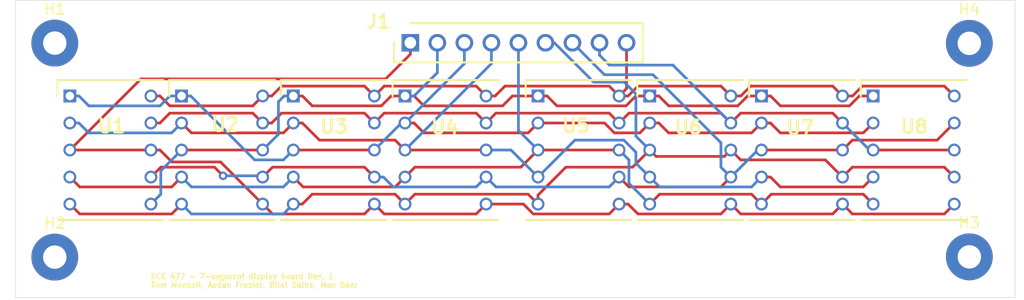
<source format=kicad_pcb>
(kicad_pcb (version 20171130) (host pcbnew "(5.1.5)-3")

  (general
    (thickness 1.6)
    (drawings 5)
    (tracks 318)
    (zones 0)
    (modules 13)
    (nets 10)
  )

  (page A4)
  (layers
    (0 F.Cu signal)
    (31 B.Cu signal)
    (32 B.Adhes user)
    (33 F.Adhes user)
    (34 B.Paste user)
    (35 F.Paste user)
    (36 B.SilkS user)
    (37 F.SilkS user)
    (38 B.Mask user)
    (39 F.Mask user)
    (40 Dwgs.User user)
    (41 Cmts.User user)
    (42 Eco1.User user)
    (43 Eco2.User user)
    (44 Edge.Cuts user)
    (45 Margin user)
    (46 B.CrtYd user)
    (47 F.CrtYd user)
    (48 B.Fab user)
    (49 F.Fab user)
  )

  (setup
    (last_trace_width 0.25)
    (user_trace_width 0.254)
    (user_trace_width 0.762)
    (trace_clearance 0.2)
    (zone_clearance 0.508)
    (zone_45_only no)
    (trace_min 0.2)
    (via_size 0.8)
    (via_drill 0.4)
    (via_min_size 0.4)
    (via_min_drill 0.3)
    (uvia_size 0.3)
    (uvia_drill 0.1)
    (uvias_allowed no)
    (uvia_min_size 0.2)
    (uvia_min_drill 0.1)
    (edge_width 0.05)
    (segment_width 0.2)
    (pcb_text_width 0.3)
    (pcb_text_size 1.5 1.5)
    (mod_edge_width 0.12)
    (mod_text_size 1 1)
    (mod_text_width 0.15)
    (pad_size 1.524 1.524)
    (pad_drill 0.762)
    (pad_to_mask_clearance 0.051)
    (solder_mask_min_width 0.25)
    (aux_axis_origin 0 0)
    (visible_elements 7FFFFFFF)
    (pcbplotparams
      (layerselection 0x010fc_ffffffff)
      (usegerberextensions false)
      (usegerberattributes false)
      (usegerberadvancedattributes false)
      (creategerberjobfile false)
      (excludeedgelayer true)
      (linewidth 0.100000)
      (plotframeref false)
      (viasonmask false)
      (mode 1)
      (useauxorigin false)
      (hpglpennumber 1)
      (hpglpenspeed 20)
      (hpglpendiameter 15.000000)
      (psnegative false)
      (psa4output false)
      (plotreference true)
      (plotvalue true)
      (plotinvisibletext false)
      (padsonsilk false)
      (subtractmaskfromsilk false)
      (outputformat 1)
      (mirror false)
      (drillshape 1)
      (scaleselection 1)
      (outputdirectory ""))
  )

  (net 0 "")
  (net 1 "Net-(J1-Pad9)")
  (net 2 "Net-(J1-Pad8)")
  (net 3 "Net-(J1-Pad7)")
  (net 4 "Net-(J1-Pad6)")
  (net 5 "Net-(J1-Pad5)")
  (net 6 "Net-(J1-Pad4)")
  (net 7 "Net-(J1-Pad3)")
  (net 8 "Net-(J1-Pad2)")
  (net 9 "Net-(J1-Pad1)")

  (net_class Default "This is the default net class."
    (clearance 0.2)
    (trace_width 0.25)
    (via_dia 0.8)
    (via_drill 0.4)
    (uvia_dia 0.3)
    (uvia_drill 0.1)
    (add_net "Net-(J1-Pad1)")
    (add_net "Net-(J1-Pad2)")
    (add_net "Net-(J1-Pad3)")
    (add_net "Net-(J1-Pad4)")
    (add_net "Net-(J1-Pad5)")
    (add_net "Net-(J1-Pad6)")
    (add_net "Net-(J1-Pad7)")
    (add_net "Net-(J1-Pad8)")
    (add_net "Net-(J1-Pad9)")
  )

  (module footprints:MountingHole_2.2mm_M2_Pad (layer F.Cu) (tedit 56D1B4CB) (tstamp 6163D33A)
    (at 159.5374 70.0532)
    (descr "Mounting Hole 2.2mm, M2")
    (tags "mounting hole 2.2mm m2")
    (path /6167A7D7)
    (attr virtual)
    (fp_text reference H4 (at 0 -3.2) (layer F.SilkS)
      (effects (font (size 1 1) (thickness 0.15)))
    )
    (fp_text value MountingHole (at 0 3.2) (layer F.Fab)
      (effects (font (size 1 1) (thickness 0.15)))
    )
    (fp_circle (center 0 0) (end 2.45 0) (layer F.CrtYd) (width 0.05))
    (fp_circle (center 0 0) (end 2.2 0) (layer Cmts.User) (width 0.15))
    (fp_text user %R (at 0.3 0) (layer F.Fab)
      (effects (font (size 1 1) (thickness 0.15)))
    )
    (pad 1 thru_hole circle (at 0 0) (size 4.4 4.4) (drill 2.2) (layers *.Cu *.Mask))
  )

  (module footprints:MountingHole_2.2mm_M2_Pad (layer F.Cu) (tedit 56D1B4CB) (tstamp 6163D332)
    (at 159.5374 90.1192)
    (descr "Mounting Hole 2.2mm, M2")
    (tags "mounting hole 2.2mm m2")
    (path /6167A224)
    (attr virtual)
    (fp_text reference H3 (at 0 -3.2) (layer F.SilkS)
      (effects (font (size 1 1) (thickness 0.15)))
    )
    (fp_text value MountingHole (at 0 3.2) (layer F.Fab)
      (effects (font (size 1 1) (thickness 0.15)))
    )
    (fp_circle (center 0 0) (end 2.45 0) (layer F.CrtYd) (width 0.05))
    (fp_circle (center 0 0) (end 2.2 0) (layer Cmts.User) (width 0.15))
    (fp_text user %R (at 0.3 0) (layer F.Fab)
      (effects (font (size 1 1) (thickness 0.15)))
    )
    (pad 1 thru_hole circle (at 0 0) (size 4.4 4.4) (drill 2.2) (layers *.Cu *.Mask))
  )

  (module footprints:MountingHole_2.2mm_M2_Pad (layer F.Cu) (tedit 56D1B4CB) (tstamp 6163D32A)
    (at 73.5838 90.1446)
    (descr "Mounting Hole 2.2mm, M2")
    (tags "mounting hole 2.2mm m2")
    (path /61679F30)
    (attr virtual)
    (fp_text reference H2 (at 0 -3.2) (layer F.SilkS)
      (effects (font (size 1 1) (thickness 0.15)))
    )
    (fp_text value MountingHole (at 0 3.2) (layer F.Fab)
      (effects (font (size 1 1) (thickness 0.15)))
    )
    (fp_circle (center 0 0) (end 2.45 0) (layer F.CrtYd) (width 0.05))
    (fp_circle (center 0 0) (end 2.2 0) (layer Cmts.User) (width 0.15))
    (fp_text user %R (at 0.3 0) (layer F.Fab)
      (effects (font (size 1 1) (thickness 0.15)))
    )
    (pad 1 thru_hole circle (at 0 0) (size 4.4 4.4) (drill 2.2) (layers *.Cu *.Mask))
  )

  (module footprints:MountingHole_2.2mm_M2_Pad (layer F.Cu) (tedit 56D1B4CB) (tstamp 6163D322)
    (at 73.5838 70.0278)
    (descr "Mounting Hole 2.2mm, M2")
    (tags "mounting hole 2.2mm m2")
    (path /61664F25)
    (attr virtual)
    (fp_text reference H1 (at 0 -3.2) (layer F.SilkS)
      (effects (font (size 1 1) (thickness 0.15)))
    )
    (fp_text value MountingHole (at 0 3.2) (layer F.Fab)
      (effects (font (size 1 1) (thickness 0.15)))
    )
    (fp_circle (center 0 0) (end 2.45 0) (layer F.CrtYd) (width 0.05))
    (fp_circle (center 0 0) (end 2.2 0) (layer Cmts.User) (width 0.15))
    (fp_text user %R (at 0.3 0) (layer F.Fab)
      (effects (font (size 1 1) (thickness 0.15)))
    )
    (pad 1 thru_hole circle (at 0 0) (size 4.4 4.4) (drill 2.2) (layers *.Cu *.Mask))
  )

  (module footprints:header (layer F.Cu) (tedit 0) (tstamp 616373A8)
    (at 107 70)
    (descr 825433-9)
    (tags Connector)
    (path /615F826E)
    (fp_text reference J1 (at -3 -2) (layer F.SilkS)
      (effects (font (size 1.27 1.27) (thickness 0.254)))
    )
    (fp_text value 9pin_header (at 0 0) (layer F.SilkS) hide
      (effects (font (size 1.27 1.27) (thickness 0.254)))
    )
    (fp_line (start 21.84 -1.845) (end 0 -1.845) (layer F.SilkS) (width 0.2))
    (fp_line (start 21.84 1.845) (end 21.84 -1.845) (layer F.SilkS) (width 0.2))
    (fp_line (start -1.52 1.845) (end 21.84 1.845) (layer F.SilkS) (width 0.2))
    (fp_line (start -1.52 0) (end -1.52 1.845) (layer F.SilkS) (width 0.2))
    (fp_line (start 21.84 1.845) (end -1.52 1.845) (layer F.Fab) (width 0.1))
    (fp_line (start 21.84 -1.845) (end 21.84 1.845) (layer F.Fab) (width 0.1))
    (fp_line (start -1.52 -1.845) (end 21.84 -1.845) (layer F.Fab) (width 0.1))
    (fp_line (start -1.52 1.845) (end -1.52 -1.845) (layer F.Fab) (width 0.1))
    (fp_line (start 22.09 2.095) (end -1.77 2.095) (layer F.CrtYd) (width 0.05))
    (fp_line (start 22.09 -2.095) (end 22.09 2.095) (layer F.CrtYd) (width 0.05))
    (fp_line (start -1.77 -2.095) (end 22.09 -2.095) (layer F.CrtYd) (width 0.05))
    (fp_line (start -1.77 2.095) (end -1.77 -2.095) (layer F.CrtYd) (width 0.05))
    (fp_text user %R (at 0 0) (layer F.Fab)
      (effects (font (size 1.27 1.27) (thickness 0.254)))
    )
    (pad 9 thru_hole circle (at 20.32 0) (size 1.65 1.65) (drill 1.1) (layers *.Cu *.Mask)
      (net 1 "Net-(J1-Pad9)"))
    (pad 8 thru_hole circle (at 17.78 0) (size 1.65 1.65) (drill 1.1) (layers *.Cu *.Mask)
      (net 2 "Net-(J1-Pad8)"))
    (pad 7 thru_hole circle (at 15.24 0) (size 1.65 1.65) (drill 1.1) (layers *.Cu *.Mask)
      (net 3 "Net-(J1-Pad7)"))
    (pad 6 thru_hole circle (at 12.7 0) (size 1.65 1.65) (drill 1.1) (layers *.Cu *.Mask)
      (net 4 "Net-(J1-Pad6)"))
    (pad 5 thru_hole circle (at 10.16 0) (size 1.65 1.65) (drill 1.1) (layers *.Cu *.Mask)
      (net 5 "Net-(J1-Pad5)"))
    (pad 4 thru_hole circle (at 7.62 0) (size 1.65 1.65) (drill 1.1) (layers *.Cu *.Mask)
      (net 6 "Net-(J1-Pad4)"))
    (pad 3 thru_hole circle (at 5.08 0) (size 1.65 1.65) (drill 1.1) (layers *.Cu *.Mask)
      (net 7 "Net-(J1-Pad3)"))
    (pad 2 thru_hole circle (at 2.54 0) (size 1.65 1.65) (drill 1.1) (layers *.Cu *.Mask)
      (net 8 "Net-(J1-Pad2)"))
    (pad 1 thru_hole rect (at 0 0) (size 1.65 1.65) (drill 1.1) (layers *.Cu *.Mask)
      (net 9 "Net-(J1-Pad1)"))
    (model C:\Users\munse\Downloads\SamacSys_Parts.3dshapes\825433-9.stp
      (offset (xyz 10.15999969482415 -0.04999999999413419 0))
      (scale (xyz 1 1 1))
      (rotate (xyz -180 0 -180))
    )
  )

  (module footprints:7seg (layer F.Cu) (tedit 616374A2) (tstamp 616373C3)
    (at 75 75)
    (descr "10-DIP (0.300\", 7.62mm)")
    (tags Display)
    (path /615E56BB)
    (fp_text reference U1 (at 3.9178 2.8256) (layer F.SilkS)
      (effects (font (size 1.27 1.27) (thickness 0.254)))
    )
    (fp_text value LTS-4031JR (at 0 0) (layer F.SilkS) hide
      (effects (font (size 1.27 1.27) (thickness 0.254)))
    )
    (fp_line (start -1.165 -1.495) (end -1.165 0) (layer F.SilkS) (width 0.2))
    (fp_line (start 8.785 -1.495) (end -1.165 -1.495) (layer F.SilkS) (width 0.2))
    (fp_line (start -1.165 11.655) (end 8.785 11.655) (layer F.SilkS) (width 0.2))
    (fp_line (start -1.165 -0.225) (end 0.105 -1.495) (layer F.Fab) (width 0.1))
    (fp_line (start -1.165 11.655) (end -1.165 -1.495) (layer F.Fab) (width 0.1))
    (fp_line (start 8.785 11.655) (end -1.165 11.655) (layer F.Fab) (width 0.1))
    (fp_line (start 8.785 -1.495) (end 8.785 11.655) (layer F.Fab) (width 0.1))
    (fp_line (start -1.165 -1.495) (end 8.785 -1.495) (layer F.Fab) (width 0.1))
    (fp_line (start -1.415 11.905) (end -1.415 -1.745) (layer F.CrtYd) (width 0.05))
    (fp_line (start 9.035 11.905) (end -1.415 11.905) (layer F.CrtYd) (width 0.05))
    (fp_line (start 9.035 -1.745) (end 9.035 11.905) (layer F.CrtYd) (width 0.05))
    (fp_line (start -1.415 -1.745) (end 9.035 -1.745) (layer F.CrtYd) (width 0.05))
    (fp_text user %R (at 0 0) (layer F.Fab)
      (effects (font (size 1.27 1.27) (thickness 0.254)))
    )
    (pad 10 thru_hole circle (at 7.62 0) (size 1.2 1.2) (drill 0.8) (layers *.Cu *.Mask)
      (net 1 "Net-(J1-Pad9)"))
    (pad 9 thru_hole circle (at 7.62 2.54) (size 1.2 1.2) (drill 0.8) (layers *.Cu *.Mask)
      (net 2 "Net-(J1-Pad8)"))
    (pad 8 thru_hole circle (at 7.62 5.08) (size 1.2 1.2) (drill 0.8) (layers *.Cu *.Mask)
      (net 9 "Net-(J1-Pad1)"))
    (pad 7 thru_hole circle (at 7.62 7.62) (size 1.2 1.2) (drill 0.8) (layers *.Cu *.Mask)
      (net 3 "Net-(J1-Pad7)"))
    (pad 6 thru_hole circle (at 7.62 10.16) (size 1.2 1.2) (drill 0.8) (layers *.Cu *.Mask)
      (net 8 "Net-(J1-Pad2)"))
    (pad 5 thru_hole circle (at 0 10.16) (size 1.2 1.2) (drill 0.8) (layers *.Cu *.Mask)
      (net 4 "Net-(J1-Pad6)"))
    (pad 4 thru_hole circle (at 0 7.62) (size 1.2 1.2) (drill 0.8) (layers *.Cu *.Mask)
      (net 5 "Net-(J1-Pad5)"))
    (pad 3 thru_hole circle (at 0 5.08) (size 1.2 1.2) (drill 0.8) (layers *.Cu *.Mask)
      (net 9 "Net-(J1-Pad1)"))
    (pad 2 thru_hole circle (at 0 2.54) (size 1.2 1.2) (drill 0.8) (layers *.Cu *.Mask)
      (net 6 "Net-(J1-Pad4)"))
    (pad 1 thru_hole rect (at 0 0) (size 1.2 1.2) (drill 0.8) (layers *.Cu *.Mask)
      (net 7 "Net-(J1-Pad3)"))
  )

  (module footprints:7seg (layer F.Cu) (tedit 616374A2) (tstamp 61637480)
    (at 150.5 75)
    (descr "10-DIP (0.300\", 7.62mm)")
    (tags Display)
    (path /615F702E)
    (fp_text reference U8 (at 3.8558 2.8764) (layer F.SilkS)
      (effects (font (size 1.27 1.27) (thickness 0.254)))
    )
    (fp_text value LTS-4031JR (at 0 0) (layer F.SilkS) hide
      (effects (font (size 1.27 1.27) (thickness 0.254)))
    )
    (fp_line (start -1.165 -1.495) (end -1.165 0) (layer F.SilkS) (width 0.2))
    (fp_line (start 8.785 -1.495) (end -1.165 -1.495) (layer F.SilkS) (width 0.2))
    (fp_line (start -1.165 11.655) (end 8.785 11.655) (layer F.SilkS) (width 0.2))
    (fp_line (start -1.165 -0.225) (end 0.105 -1.495) (layer F.Fab) (width 0.1))
    (fp_line (start -1.165 11.655) (end -1.165 -1.495) (layer F.Fab) (width 0.1))
    (fp_line (start 8.785 11.655) (end -1.165 11.655) (layer F.Fab) (width 0.1))
    (fp_line (start 8.785 -1.495) (end 8.785 11.655) (layer F.Fab) (width 0.1))
    (fp_line (start -1.165 -1.495) (end 8.785 -1.495) (layer F.Fab) (width 0.1))
    (fp_line (start -1.415 11.905) (end -1.415 -1.745) (layer F.CrtYd) (width 0.05))
    (fp_line (start 9.035 11.905) (end -1.415 11.905) (layer F.CrtYd) (width 0.05))
    (fp_line (start 9.035 -1.745) (end 9.035 11.905) (layer F.CrtYd) (width 0.05))
    (fp_line (start -1.415 -1.745) (end 9.035 -1.745) (layer F.CrtYd) (width 0.05))
    (fp_text user %R (at 0 0) (layer F.Fab)
      (effects (font (size 1.27 1.27) (thickness 0.254)))
    )
    (pad 10 thru_hole circle (at 7.62 0) (size 1.2 1.2) (drill 0.8) (layers *.Cu *.Mask)
      (net 1 "Net-(J1-Pad9)"))
    (pad 9 thru_hole circle (at 7.62 2.54) (size 1.2 1.2) (drill 0.8) (layers *.Cu *.Mask)
      (net 3 "Net-(J1-Pad7)"))
    (pad 8 thru_hole circle (at 7.62 5.08) (size 1.2 1.2) (drill 0.8) (layers *.Cu *.Mask)
      (net 2 "Net-(J1-Pad8)"))
    (pad 7 thru_hole circle (at 7.62 7.62) (size 1.2 1.2) (drill 0.8) (layers *.Cu *.Mask)
      (net 4 "Net-(J1-Pad6)"))
    (pad 6 thru_hole circle (at 7.62 10.16) (size 1.2 1.2) (drill 0.8) (layers *.Cu *.Mask)
      (net 9 "Net-(J1-Pad1)"))
    (pad 5 thru_hole circle (at 0 10.16) (size 1.2 1.2) (drill 0.8) (layers *.Cu *.Mask)
      (net 5 "Net-(J1-Pad5)"))
    (pad 4 thru_hole circle (at 0 7.62) (size 1.2 1.2) (drill 0.8) (layers *.Cu *.Mask)
      (net 6 "Net-(J1-Pad4)"))
    (pad 3 thru_hole circle (at 0 5.08) (size 1.2 1.2) (drill 0.8) (layers *.Cu *.Mask)
      (net 2 "Net-(J1-Pad8)"))
    (pad 2 thru_hole circle (at 0 2.54) (size 1.2 1.2) (drill 0.8) (layers *.Cu *.Mask)
      (net 7 "Net-(J1-Pad3)"))
    (pad 1 thru_hole rect (at 0 0) (size 1.2 1.2) (drill 0.8) (layers *.Cu *.Mask)
      (net 8 "Net-(J1-Pad2)"))
  )

  (module footprints:7seg (layer F.Cu) (tedit 616374A2) (tstamp 6163DDB1)
    (at 140 75)
    (descr "10-DIP (0.300\", 7.62mm)")
    (tags Display)
    (path /615F27E9)
    (fp_text reference U7 (at 3.637 2.978) (layer F.SilkS)
      (effects (font (size 1.27 1.27) (thickness 0.254)))
    )
    (fp_text value LTS-4031JR (at 0 0) (layer F.SilkS) hide
      (effects (font (size 1.27 1.27) (thickness 0.254)))
    )
    (fp_line (start -1.165 -1.495) (end -1.165 0) (layer F.SilkS) (width 0.2))
    (fp_line (start 8.785 -1.495) (end -1.165 -1.495) (layer F.SilkS) (width 0.2))
    (fp_line (start -1.165 11.655) (end 8.785 11.655) (layer F.SilkS) (width 0.2))
    (fp_line (start -1.165 -0.225) (end 0.105 -1.495) (layer F.Fab) (width 0.1))
    (fp_line (start -1.165 11.655) (end -1.165 -1.495) (layer F.Fab) (width 0.1))
    (fp_line (start 8.785 11.655) (end -1.165 11.655) (layer F.Fab) (width 0.1))
    (fp_line (start 8.785 -1.495) (end 8.785 11.655) (layer F.Fab) (width 0.1))
    (fp_line (start -1.165 -1.495) (end 8.785 -1.495) (layer F.Fab) (width 0.1))
    (fp_line (start -1.415 11.905) (end -1.415 -1.745) (layer F.CrtYd) (width 0.05))
    (fp_line (start 9.035 11.905) (end -1.415 11.905) (layer F.CrtYd) (width 0.05))
    (fp_line (start 9.035 -1.745) (end 9.035 11.905) (layer F.CrtYd) (width 0.05))
    (fp_line (start -1.415 -1.745) (end 9.035 -1.745) (layer F.CrtYd) (width 0.05))
    (fp_text user %R (at 0 0) (layer F.Fab)
      (effects (font (size 1.27 1.27) (thickness 0.254)))
    )
    (pad 10 thru_hole circle (at 7.62 0) (size 1.2 1.2) (drill 0.8) (layers *.Cu *.Mask)
      (net 1 "Net-(J1-Pad9)"))
    (pad 9 thru_hole circle (at 7.62 2.54) (size 1.2 1.2) (drill 0.8) (layers *.Cu *.Mask)
      (net 2 "Net-(J1-Pad8)"))
    (pad 8 thru_hole circle (at 7.62 5.08) (size 1.2 1.2) (drill 0.8) (layers *.Cu *.Mask)
      (net 3 "Net-(J1-Pad7)"))
    (pad 7 thru_hole circle (at 7.62 7.62) (size 1.2 1.2) (drill 0.8) (layers *.Cu *.Mask)
      (net 4 "Net-(J1-Pad6)"))
    (pad 6 thru_hole circle (at 7.62 10.16) (size 1.2 1.2) (drill 0.8) (layers *.Cu *.Mask)
      (net 9 "Net-(J1-Pad1)"))
    (pad 5 thru_hole circle (at 0 10.16) (size 1.2 1.2) (drill 0.8) (layers *.Cu *.Mask)
      (net 5 "Net-(J1-Pad5)"))
    (pad 4 thru_hole circle (at 0 7.62) (size 1.2 1.2) (drill 0.8) (layers *.Cu *.Mask)
      (net 6 "Net-(J1-Pad4)"))
    (pad 3 thru_hole circle (at 0 5.08) (size 1.2 1.2) (drill 0.8) (layers *.Cu *.Mask)
      (net 3 "Net-(J1-Pad7)"))
    (pad 2 thru_hole circle (at 0 2.54) (size 1.2 1.2) (drill 0.8) (layers *.Cu *.Mask)
      (net 7 "Net-(J1-Pad3)"))
    (pad 1 thru_hole rect (at 0 0) (size 1.2 1.2) (drill 0.8) (layers *.Cu *.Mask)
      (net 8 "Net-(J1-Pad2)"))
  )

  (module footprints:7seg (layer F.Cu) (tedit 616374A2) (tstamp 616379FA)
    (at 129.5 75)
    (descr "10-DIP (0.300\", 7.62mm)")
    (tags Display)
    (path /615F0C91)
    (fp_text reference U6 (at 3.6214 2.9526) (layer F.SilkS)
      (effects (font (size 1.27 1.27) (thickness 0.254)))
    )
    (fp_text value LTS-4031JR (at 0 0) (layer F.SilkS) hide
      (effects (font (size 1.27 1.27) (thickness 0.254)))
    )
    (fp_line (start -1.165 -1.495) (end -1.165 0) (layer F.SilkS) (width 0.2))
    (fp_line (start 8.785 -1.495) (end -1.165 -1.495) (layer F.SilkS) (width 0.2))
    (fp_line (start -1.165 11.655) (end 8.785 11.655) (layer F.SilkS) (width 0.2))
    (fp_line (start -1.165 -0.225) (end 0.105 -1.495) (layer F.Fab) (width 0.1))
    (fp_line (start -1.165 11.655) (end -1.165 -1.495) (layer F.Fab) (width 0.1))
    (fp_line (start 8.785 11.655) (end -1.165 11.655) (layer F.Fab) (width 0.1))
    (fp_line (start 8.785 -1.495) (end 8.785 11.655) (layer F.Fab) (width 0.1))
    (fp_line (start -1.165 -1.495) (end 8.785 -1.495) (layer F.Fab) (width 0.1))
    (fp_line (start -1.415 11.905) (end -1.415 -1.745) (layer F.CrtYd) (width 0.05))
    (fp_line (start 9.035 11.905) (end -1.415 11.905) (layer F.CrtYd) (width 0.05))
    (fp_line (start 9.035 -1.745) (end 9.035 11.905) (layer F.CrtYd) (width 0.05))
    (fp_line (start -1.415 -1.745) (end 9.035 -1.745) (layer F.CrtYd) (width 0.05))
    (fp_text user %R (at 0 0) (layer F.Fab)
      (effects (font (size 1.27 1.27) (thickness 0.254)))
    )
    (pad 10 thru_hole circle (at 7.62 0) (size 1.2 1.2) (drill 0.8) (layers *.Cu *.Mask)
      (net 1 "Net-(J1-Pad9)"))
    (pad 9 thru_hole circle (at 7.62 2.54) (size 1.2 1.2) (drill 0.8) (layers *.Cu *.Mask)
      (net 2 "Net-(J1-Pad8)"))
    (pad 8 thru_hole circle (at 7.62 5.08) (size 1.2 1.2) (drill 0.8) (layers *.Cu *.Mask)
      (net 4 "Net-(J1-Pad6)"))
    (pad 7 thru_hole circle (at 7.62 7.62) (size 1.2 1.2) (drill 0.8) (layers *.Cu *.Mask)
      (net 3 "Net-(J1-Pad7)"))
    (pad 6 thru_hole circle (at 7.62 10.16) (size 1.2 1.2) (drill 0.8) (layers *.Cu *.Mask)
      (net 9 "Net-(J1-Pad1)"))
    (pad 5 thru_hole circle (at 0 10.16) (size 1.2 1.2) (drill 0.8) (layers *.Cu *.Mask)
      (net 5 "Net-(J1-Pad5)"))
    (pad 4 thru_hole circle (at 0 7.62) (size 1.2 1.2) (drill 0.8) (layers *.Cu *.Mask)
      (net 6 "Net-(J1-Pad4)"))
    (pad 3 thru_hole circle (at 0 5.08) (size 1.2 1.2) (drill 0.8) (layers *.Cu *.Mask)
      (net 4 "Net-(J1-Pad6)"))
    (pad 2 thru_hole circle (at 0 2.54) (size 1.2 1.2) (drill 0.8) (layers *.Cu *.Mask)
      (net 7 "Net-(J1-Pad3)"))
    (pad 1 thru_hole rect (at 0 0) (size 1.2 1.2) (drill 0.8) (layers *.Cu *.Mask)
      (net 8 "Net-(J1-Pad2)"))
  )

  (module footprints:7seg (layer F.Cu) (tedit 616374A2) (tstamp 6163742F)
    (at 119 75)
    (descr "10-DIP (0.300\", 7.62mm)")
    (tags Display)
    (path /615F0325)
    (fp_text reference U5 (at 3.555 2.8002) (layer F.SilkS)
      (effects (font (size 1.27 1.27) (thickness 0.254)))
    )
    (fp_text value LTS-4031JR (at 0 0) (layer F.SilkS) hide
      (effects (font (size 1.27 1.27) (thickness 0.254)))
    )
    (fp_line (start -1.165 -1.495) (end -1.165 0) (layer F.SilkS) (width 0.2))
    (fp_line (start 8.785 -1.495) (end -1.165 -1.495) (layer F.SilkS) (width 0.2))
    (fp_line (start -1.165 11.655) (end 8.785 11.655) (layer F.SilkS) (width 0.2))
    (fp_line (start -1.165 -0.225) (end 0.105 -1.495) (layer F.Fab) (width 0.1))
    (fp_line (start -1.165 11.655) (end -1.165 -1.495) (layer F.Fab) (width 0.1))
    (fp_line (start 8.785 11.655) (end -1.165 11.655) (layer F.Fab) (width 0.1))
    (fp_line (start 8.785 -1.495) (end 8.785 11.655) (layer F.Fab) (width 0.1))
    (fp_line (start -1.165 -1.495) (end 8.785 -1.495) (layer F.Fab) (width 0.1))
    (fp_line (start -1.415 11.905) (end -1.415 -1.745) (layer F.CrtYd) (width 0.05))
    (fp_line (start 9.035 11.905) (end -1.415 11.905) (layer F.CrtYd) (width 0.05))
    (fp_line (start 9.035 -1.745) (end 9.035 11.905) (layer F.CrtYd) (width 0.05))
    (fp_line (start -1.415 -1.745) (end 9.035 -1.745) (layer F.CrtYd) (width 0.05))
    (fp_text user %R (at 0 0) (layer F.Fab)
      (effects (font (size 1.27 1.27) (thickness 0.254)))
    )
    (pad 10 thru_hole circle (at 7.62 0) (size 1.2 1.2) (drill 0.8) (layers *.Cu *.Mask)
      (net 1 "Net-(J1-Pad9)"))
    (pad 9 thru_hole circle (at 7.62 2.54) (size 1.2 1.2) (drill 0.8) (layers *.Cu *.Mask)
      (net 2 "Net-(J1-Pad8)"))
    (pad 8 thru_hole circle (at 7.62 5.08) (size 1.2 1.2) (drill 0.8) (layers *.Cu *.Mask)
      (net 5 "Net-(J1-Pad5)"))
    (pad 7 thru_hole circle (at 7.62 7.62) (size 1.2 1.2) (drill 0.8) (layers *.Cu *.Mask)
      (net 3 "Net-(J1-Pad7)"))
    (pad 6 thru_hole circle (at 7.62 10.16) (size 1.2 1.2) (drill 0.8) (layers *.Cu *.Mask)
      (net 9 "Net-(J1-Pad1)"))
    (pad 5 thru_hole circle (at 0 10.16) (size 1.2 1.2) (drill 0.8) (layers *.Cu *.Mask)
      (net 4 "Net-(J1-Pad6)"))
    (pad 4 thru_hole circle (at 0 7.62) (size 1.2 1.2) (drill 0.8) (layers *.Cu *.Mask)
      (net 6 "Net-(J1-Pad4)"))
    (pad 3 thru_hole circle (at 0 5.08) (size 1.2 1.2) (drill 0.8) (layers *.Cu *.Mask)
      (net 5 "Net-(J1-Pad5)"))
    (pad 2 thru_hole circle (at 0 2.54) (size 1.2 1.2) (drill 0.8) (layers *.Cu *.Mask)
      (net 7 "Net-(J1-Pad3)"))
    (pad 1 thru_hole rect (at 0 0) (size 1.2 1.2) (drill 0.8) (layers *.Cu *.Mask)
      (net 8 "Net-(J1-Pad2)"))
  )

  (module footprints:7seg (layer F.Cu) (tedit 616374A2) (tstamp 61637414)
    (at 106.5 75)
    (descr "10-DIP (0.300\", 7.62mm)")
    (tags Display)
    (path /615EF228)
    (fp_text reference U4 (at 3.736 2.9272) (layer F.SilkS)
      (effects (font (size 1.27 1.27) (thickness 0.254)))
    )
    (fp_text value LTS-4031JR (at 0 0) (layer F.SilkS) hide
      (effects (font (size 1.27 1.27) (thickness 0.254)))
    )
    (fp_line (start -1.165 -1.495) (end -1.165 0) (layer F.SilkS) (width 0.2))
    (fp_line (start 8.785 -1.495) (end -1.165 -1.495) (layer F.SilkS) (width 0.2))
    (fp_line (start -1.165 11.655) (end 8.785 11.655) (layer F.SilkS) (width 0.2))
    (fp_line (start -1.165 -0.225) (end 0.105 -1.495) (layer F.Fab) (width 0.1))
    (fp_line (start -1.165 11.655) (end -1.165 -1.495) (layer F.Fab) (width 0.1))
    (fp_line (start 8.785 11.655) (end -1.165 11.655) (layer F.Fab) (width 0.1))
    (fp_line (start 8.785 -1.495) (end 8.785 11.655) (layer F.Fab) (width 0.1))
    (fp_line (start -1.165 -1.495) (end 8.785 -1.495) (layer F.Fab) (width 0.1))
    (fp_line (start -1.415 11.905) (end -1.415 -1.745) (layer F.CrtYd) (width 0.05))
    (fp_line (start 9.035 11.905) (end -1.415 11.905) (layer F.CrtYd) (width 0.05))
    (fp_line (start 9.035 -1.745) (end 9.035 11.905) (layer F.CrtYd) (width 0.05))
    (fp_line (start -1.415 -1.745) (end 9.035 -1.745) (layer F.CrtYd) (width 0.05))
    (fp_text user %R (at 0 0) (layer F.Fab)
      (effects (font (size 1.27 1.27) (thickness 0.254)))
    )
    (pad 10 thru_hole circle (at 7.62 0) (size 1.2 1.2) (drill 0.8) (layers *.Cu *.Mask)
      (net 1 "Net-(J1-Pad9)"))
    (pad 9 thru_hole circle (at 7.62 2.54) (size 1.2 1.2) (drill 0.8) (layers *.Cu *.Mask)
      (net 2 "Net-(J1-Pad8)"))
    (pad 8 thru_hole circle (at 7.62 5.08) (size 1.2 1.2) (drill 0.8) (layers *.Cu *.Mask)
      (net 6 "Net-(J1-Pad4)"))
    (pad 7 thru_hole circle (at 7.62 7.62) (size 1.2 1.2) (drill 0.8) (layers *.Cu *.Mask)
      (net 3 "Net-(J1-Pad7)"))
    (pad 6 thru_hole circle (at 7.62 10.16) (size 1.2 1.2) (drill 0.8) (layers *.Cu *.Mask)
      (net 9 "Net-(J1-Pad1)"))
    (pad 5 thru_hole circle (at 0 10.16) (size 1.2 1.2) (drill 0.8) (layers *.Cu *.Mask)
      (net 4 "Net-(J1-Pad6)"))
    (pad 4 thru_hole circle (at 0 7.62) (size 1.2 1.2) (drill 0.8) (layers *.Cu *.Mask)
      (net 5 "Net-(J1-Pad5)"))
    (pad 3 thru_hole circle (at 0 5.08) (size 1.2 1.2) (drill 0.8) (layers *.Cu *.Mask)
      (net 6 "Net-(J1-Pad4)"))
    (pad 2 thru_hole circle (at 0 2.54) (size 1.2 1.2) (drill 0.8) (layers *.Cu *.Mask)
      (net 7 "Net-(J1-Pad3)"))
    (pad 1 thru_hole rect (at 0 0) (size 1.2 1.2) (drill 0.8) (layers *.Cu *.Mask)
      (net 8 "Net-(J1-Pad2)"))
  )

  (module footprints:7seg (layer F.Cu) (tedit 616374A2) (tstamp 616373F9)
    (at 96 75)
    (descr "10-DIP (0.300\", 7.62mm)")
    (tags Display)
    (path /615EE8CF)
    (fp_text reference U3 (at 3.822 2.8764) (layer F.SilkS)
      (effects (font (size 1.27 1.27) (thickness 0.254)))
    )
    (fp_text value LTS-4031JR (at 0 0) (layer F.SilkS) hide
      (effects (font (size 1.27 1.27) (thickness 0.254)))
    )
    (fp_line (start -1.165 -1.495) (end -1.165 0) (layer F.SilkS) (width 0.2))
    (fp_line (start 8.785 -1.495) (end -1.165 -1.495) (layer F.SilkS) (width 0.2))
    (fp_line (start -1.165 11.655) (end 8.785 11.655) (layer F.SilkS) (width 0.2))
    (fp_line (start -1.165 -0.225) (end 0.105 -1.495) (layer F.Fab) (width 0.1))
    (fp_line (start -1.165 11.655) (end -1.165 -1.495) (layer F.Fab) (width 0.1))
    (fp_line (start 8.785 11.655) (end -1.165 11.655) (layer F.Fab) (width 0.1))
    (fp_line (start 8.785 -1.495) (end 8.785 11.655) (layer F.Fab) (width 0.1))
    (fp_line (start -1.165 -1.495) (end 8.785 -1.495) (layer F.Fab) (width 0.1))
    (fp_line (start -1.415 11.905) (end -1.415 -1.745) (layer F.CrtYd) (width 0.05))
    (fp_line (start 9.035 11.905) (end -1.415 11.905) (layer F.CrtYd) (width 0.05))
    (fp_line (start 9.035 -1.745) (end 9.035 11.905) (layer F.CrtYd) (width 0.05))
    (fp_line (start -1.415 -1.745) (end 9.035 -1.745) (layer F.CrtYd) (width 0.05))
    (fp_text user %R (at 0 0) (layer F.Fab)
      (effects (font (size 1.27 1.27) (thickness 0.254)))
    )
    (pad 10 thru_hole circle (at 7.62 0) (size 1.2 1.2) (drill 0.8) (layers *.Cu *.Mask)
      (net 1 "Net-(J1-Pad9)"))
    (pad 9 thru_hole circle (at 7.62 2.54) (size 1.2 1.2) (drill 0.8) (layers *.Cu *.Mask)
      (net 2 "Net-(J1-Pad8)"))
    (pad 8 thru_hole circle (at 7.62 5.08) (size 1.2 1.2) (drill 0.8) (layers *.Cu *.Mask)
      (net 7 "Net-(J1-Pad3)"))
    (pad 7 thru_hole circle (at 7.62 7.62) (size 1.2 1.2) (drill 0.8) (layers *.Cu *.Mask)
      (net 3 "Net-(J1-Pad7)"))
    (pad 6 thru_hole circle (at 7.62 10.16) (size 1.2 1.2) (drill 0.8) (layers *.Cu *.Mask)
      (net 9 "Net-(J1-Pad1)"))
    (pad 5 thru_hole circle (at 0 10.16) (size 1.2 1.2) (drill 0.8) (layers *.Cu *.Mask)
      (net 4 "Net-(J1-Pad6)"))
    (pad 4 thru_hole circle (at 0 7.62) (size 1.2 1.2) (drill 0.8) (layers *.Cu *.Mask)
      (net 5 "Net-(J1-Pad5)"))
    (pad 3 thru_hole circle (at 0 5.08) (size 1.2 1.2) (drill 0.8) (layers *.Cu *.Mask)
      (net 7 "Net-(J1-Pad3)"))
    (pad 2 thru_hole circle (at 0 2.54) (size 1.2 1.2) (drill 0.8) (layers *.Cu *.Mask)
      (net 6 "Net-(J1-Pad4)"))
    (pad 1 thru_hole rect (at 0 0) (size 1.2 1.2) (drill 0.8) (layers *.Cu *.Mask)
      (net 8 "Net-(J1-Pad2)"))
  )

  (module footprints:7seg (layer F.Cu) (tedit 616374A2) (tstamp 616373DE)
    (at 85.5 75)
    (descr "10-DIP (0.300\", 7.62mm)")
    (tags Display)
    (path /615ED9B1)
    (fp_text reference U2 (at 4.0858 2.6986) (layer F.SilkS)
      (effects (font (size 1.27 1.27) (thickness 0.254)))
    )
    (fp_text value LTS-4031JR (at 0 0) (layer F.SilkS) hide
      (effects (font (size 1.27 1.27) (thickness 0.254)))
    )
    (fp_line (start -1.165 -1.495) (end -1.165 0) (layer F.SilkS) (width 0.2))
    (fp_line (start 8.785 -1.495) (end -1.165 -1.495) (layer F.SilkS) (width 0.2))
    (fp_line (start -1.165 11.655) (end 8.785 11.655) (layer F.SilkS) (width 0.2))
    (fp_line (start -1.165 -0.225) (end 0.105 -1.495) (layer F.Fab) (width 0.1))
    (fp_line (start -1.165 11.655) (end -1.165 -1.495) (layer F.Fab) (width 0.1))
    (fp_line (start 8.785 11.655) (end -1.165 11.655) (layer F.Fab) (width 0.1))
    (fp_line (start 8.785 -1.495) (end 8.785 11.655) (layer F.Fab) (width 0.1))
    (fp_line (start -1.165 -1.495) (end 8.785 -1.495) (layer F.Fab) (width 0.1))
    (fp_line (start -1.415 11.905) (end -1.415 -1.745) (layer F.CrtYd) (width 0.05))
    (fp_line (start 9.035 11.905) (end -1.415 11.905) (layer F.CrtYd) (width 0.05))
    (fp_line (start 9.035 -1.745) (end 9.035 11.905) (layer F.CrtYd) (width 0.05))
    (fp_line (start -1.415 -1.745) (end 9.035 -1.745) (layer F.CrtYd) (width 0.05))
    (fp_text user %R (at 0 0) (layer F.Fab)
      (effects (font (size 1.27 1.27) (thickness 0.254)))
    )
    (pad 10 thru_hole circle (at 7.62 0) (size 1.2 1.2) (drill 0.8) (layers *.Cu *.Mask)
      (net 1 "Net-(J1-Pad9)"))
    (pad 9 thru_hole circle (at 7.62 2.54) (size 1.2 1.2) (drill 0.8) (layers *.Cu *.Mask)
      (net 2 "Net-(J1-Pad8)"))
    (pad 8 thru_hole circle (at 7.62 5.08) (size 1.2 1.2) (drill 0.8) (layers *.Cu *.Mask)
      (net 8 "Net-(J1-Pad2)"))
    (pad 7 thru_hole circle (at 7.62 7.62) (size 1.2 1.2) (drill 0.8) (layers *.Cu *.Mask)
      (net 3 "Net-(J1-Pad7)"))
    (pad 6 thru_hole circle (at 7.62 10.16) (size 1.2 1.2) (drill 0.8) (layers *.Cu *.Mask)
      (net 9 "Net-(J1-Pad1)"))
    (pad 5 thru_hole circle (at 0 10.16) (size 1.2 1.2) (drill 0.8) (layers *.Cu *.Mask)
      (net 4 "Net-(J1-Pad6)"))
    (pad 4 thru_hole circle (at 0 7.62) (size 1.2 1.2) (drill 0.8) (layers *.Cu *.Mask)
      (net 5 "Net-(J1-Pad5)"))
    (pad 3 thru_hole circle (at 0 5.08) (size 1.2 1.2) (drill 0.8) (layers *.Cu *.Mask)
      (net 8 "Net-(J1-Pad2)"))
    (pad 2 thru_hole circle (at 0 2.54) (size 1.2 1.2) (drill 0.8) (layers *.Cu *.Mask)
      (net 6 "Net-(J1-Pad4)"))
    (pad 1 thru_hole rect (at 0 0) (size 1.2 1.2) (drill 0.8) (layers *.Cu *.Mask)
      (net 7 "Net-(J1-Pad3)"))
  )

  (gr_text "ECE 477 - 7-segment display board Rev. 1\nTom Munsell, Aedan Frazier, Bilal Salha, Max Baer" (at 82.55 92.3544) (layer F.SilkS)
    (effects (font (size 0.5 0.5) (thickness 0.125)) (justify left))
  )
  (gr_line (start 163.83 66.0146) (end 69.9008 66.0146) (layer Edge.Cuts) (width 0.05))
  (gr_line (start 163.83 93.9546) (end 163.83 66.0146) (layer Edge.Cuts) (width 0.05))
  (gr_line (start 69.9008 93.9546) (end 163.83 93.9546) (layer Edge.Cuts) (width 0.05))
  (gr_line (start 69.9008 66.0146) (end 69.9008 93.9546) (layer Edge.Cuts) (width 0.05))

  (segment (start 92.520001 75.599999) (end 93.12 75) (width 0.254) (layer F.Cu) (net 1))
  (segment (start 92.192999 75.927001) (end 92.520001 75.599999) (width 0.254) (layer F.Cu) (net 1))
  (segment (start 84.395529 75.927001) (end 92.192999 75.927001) (width 0.254) (layer F.Cu) (net 1))
  (segment (start 83.468528 75) (end 84.395529 75.927001) (width 0.254) (layer F.Cu) (net 1))
  (segment (start 82.62 75) (end 83.468528 75) (width 0.254) (layer F.Cu) (net 1))
  (segment (start 102.692999 74.072999) (end 103.020001 74.400001) (width 0.254) (layer F.Cu) (net 1))
  (segment (start 93.968528 75) (end 94.895529 74.072999) (width 0.254) (layer F.Cu) (net 1))
  (segment (start 103.020001 74.400001) (end 103.62 75) (width 0.254) (layer F.Cu) (net 1))
  (segment (start 94.895529 74.072999) (end 102.692999 74.072999) (width 0.254) (layer F.Cu) (net 1))
  (segment (start 93.12 75) (end 93.968528 75) (width 0.254) (layer F.Cu) (net 1))
  (segment (start 113.192999 74.072999) (end 113.520001 74.400001) (width 0.254) (layer F.Cu) (net 1))
  (segment (start 104.547001 74.072999) (end 113.192999 74.072999) (width 0.254) (layer F.Cu) (net 1))
  (segment (start 113.520001 74.400001) (end 114.12 75) (width 0.254) (layer F.Cu) (net 1))
  (segment (start 103.62 75) (end 104.547001 74.072999) (width 0.254) (layer F.Cu) (net 1))
  (segment (start 126.020001 74.400001) (end 126.62 75) (width 0.254) (layer F.Cu) (net 1))
  (segment (start 125.692999 74.072999) (end 126.020001 74.400001) (width 0.254) (layer F.Cu) (net 1))
  (segment (start 115.895529 74.072999) (end 125.692999 74.072999) (width 0.254) (layer F.Cu) (net 1))
  (segment (start 114.968528 75) (end 115.895529 74.072999) (width 0.254) (layer F.Cu) (net 1))
  (segment (start 114.12 75) (end 114.968528 75) (width 0.254) (layer F.Cu) (net 1))
  (segment (start 136.192999 74.072999) (end 136.520001 74.400001) (width 0.254) (layer F.Cu) (net 1))
  (segment (start 136.520001 74.400001) (end 137.12 75) (width 0.254) (layer F.Cu) (net 1))
  (segment (start 128.395529 74.072999) (end 136.192999 74.072999) (width 0.254) (layer F.Cu) (net 1))
  (segment (start 127.468528 75) (end 128.395529 74.072999) (width 0.254) (layer F.Cu) (net 1))
  (segment (start 126.62 75) (end 127.468528 75) (width 0.254) (layer F.Cu) (net 1))
  (segment (start 147.020001 74.400001) (end 147.62 75) (width 0.254) (layer F.Cu) (net 1))
  (segment (start 146.692999 74.072999) (end 147.020001 74.400001) (width 0.254) (layer F.Cu) (net 1))
  (segment (start 138.057933 75) (end 138.984934 74.072999) (width 0.254) (layer F.Cu) (net 1))
  (segment (start 138.984934 74.072999) (end 146.692999 74.072999) (width 0.254) (layer F.Cu) (net 1))
  (segment (start 137.12 75) (end 138.057933 75) (width 0.254) (layer F.Cu) (net 1))
  (segment (start 157.192999 74.072999) (end 157.520001 74.400001) (width 0.254) (layer F.Cu) (net 1))
  (segment (start 157.520001 74.400001) (end 158.12 75) (width 0.254) (layer F.Cu) (net 1))
  (segment (start 148.557933 75) (end 149.484934 74.072999) (width 0.254) (layer F.Cu) (net 1))
  (segment (start 149.484934 74.072999) (end 157.192999 74.072999) (width 0.254) (layer F.Cu) (net 1))
  (segment (start 147.62 75) (end 148.557933 75) (width 0.254) (layer F.Cu) (net 1))
  (segment (start 127.32 74.3) (end 126.62 75) (width 0.254) (layer F.Cu) (net 1))
  (segment (start 127.32 70) (end 127.32 74.3) (width 0.254) (layer F.Cu) (net 1))
  (segment (start 92.520001 76.940001) (end 93.12 77.54) (width 0.254) (layer F.Cu) (net 2))
  (segment (start 92.192999 76.612999) (end 92.520001 76.940001) (width 0.254) (layer F.Cu) (net 2))
  (segment (start 83.468528 77.54) (end 84.395529 76.612999) (width 0.254) (layer F.Cu) (net 2))
  (segment (start 84.395529 76.612999) (end 92.192999 76.612999) (width 0.254) (layer F.Cu) (net 2))
  (segment (start 82.62 77.54) (end 83.468528 77.54) (width 0.254) (layer F.Cu) (net 2))
  (segment (start 102.692999 76.612999) (end 103.020001 76.940001) (width 0.254) (layer F.Cu) (net 2))
  (segment (start 103.020001 76.940001) (end 103.62 77.54) (width 0.254) (layer F.Cu) (net 2))
  (segment (start 94.895529 76.612999) (end 102.692999 76.612999) (width 0.254) (layer F.Cu) (net 2))
  (segment (start 93.968528 77.54) (end 94.895529 76.612999) (width 0.254) (layer F.Cu) (net 2))
  (segment (start 93.12 77.54) (end 93.968528 77.54) (width 0.254) (layer F.Cu) (net 2))
  (segment (start 113.520001 76.940001) (end 114.12 77.54) (width 0.254) (layer F.Cu) (net 2))
  (segment (start 113.192999 76.612999) (end 113.520001 76.940001) (width 0.254) (layer F.Cu) (net 2))
  (segment (start 104.547001 76.612999) (end 113.192999 76.612999) (width 0.254) (layer F.Cu) (net 2))
  (segment (start 103.62 77.54) (end 104.547001 76.612999) (width 0.254) (layer F.Cu) (net 2))
  (segment (start 125.692999 76.612999) (end 126.020001 76.940001) (width 0.254) (layer F.Cu) (net 2))
  (segment (start 126.020001 76.940001) (end 126.62 77.54) (width 0.254) (layer F.Cu) (net 2))
  (segment (start 115.047001 76.612999) (end 125.692999 76.612999) (width 0.254) (layer F.Cu) (net 2))
  (segment (start 114.12 77.54) (end 115.047001 76.612999) (width 0.254) (layer F.Cu) (net 2))
  (segment (start 136.520001 76.940001) (end 137.12 77.54) (width 0.254) (layer F.Cu) (net 2))
  (segment (start 136.192999 76.612999) (end 136.520001 76.940001) (width 0.254) (layer F.Cu) (net 2))
  (segment (start 127.547001 76.612999) (end 136.192999 76.612999) (width 0.254) (layer F.Cu) (net 2))
  (segment (start 126.62 77.54) (end 127.547001 76.612999) (width 0.254) (layer F.Cu) (net 2))
  (segment (start 147.020001 76.940001) (end 147.62 77.54) (width 0.254) (layer F.Cu) (net 2))
  (segment (start 146.692999 76.612999) (end 147.020001 76.940001) (width 0.254) (layer F.Cu) (net 2))
  (segment (start 138.047001 76.612999) (end 146.692999 76.612999) (width 0.254) (layer F.Cu) (net 2))
  (segment (start 137.12 77.54) (end 138.047001 76.612999) (width 0.254) (layer F.Cu) (net 2))
  (segment (start 150.16 80.08) (end 150.5 80.08) (width 0.254) (layer B.Cu) (net 2))
  (segment (start 147.62 77.54) (end 150.16 80.08) (width 0.254) (layer B.Cu) (net 2))
  (segment (start 151.348528 80.08) (end 158.12 80.08) (width 0.254) (layer F.Cu) (net 2))
  (segment (start 150.5 80.08) (end 151.348528 80.08) (width 0.254) (layer F.Cu) (net 2))
  (segment (start 124.78 71.166726) (end 125.713274 72.1) (width 0.254) (layer B.Cu) (net 2))
  (segment (start 124.78 70) (end 124.78 71.166726) (width 0.254) (layer B.Cu) (net 2))
  (segment (start 131.68 72.1) (end 137.12 77.54) (width 0.254) (layer B.Cu) (net 2))
  (segment (start 125.713274 72.1) (end 131.68 72.1) (width 0.254) (layer B.Cu) (net 2))
  (via (at 89.4 82.5) (size 0.8) (drill 0.4) (layers F.Cu B.Cu) (net 3))
  (segment (start 88.592999 81.692999) (end 89.4 82.5) (width 0.254) (layer F.Cu) (net 3))
  (segment (start 82.62 82.62) (end 83.547001 81.692999) (width 0.254) (layer F.Cu) (net 3))
  (segment (start 83.547001 81.692999) (end 88.592999 81.692999) (width 0.254) (layer F.Cu) (net 3))
  (segment (start 93 82.5) (end 93.12 82.62) (width 0.254) (layer B.Cu) (net 3))
  (segment (start 89.4 82.5) (end 93 82.5) (width 0.254) (layer B.Cu) (net 3))
  (segment (start 103.020001 82.020001) (end 103.62 82.62) (width 0.254) (layer F.Cu) (net 3))
  (segment (start 102.692999 81.692999) (end 103.020001 82.020001) (width 0.254) (layer F.Cu) (net 3))
  (segment (start 94.047001 81.692999) (end 102.692999 81.692999) (width 0.254) (layer F.Cu) (net 3))
  (segment (start 93.12 82.62) (end 94.047001 81.692999) (width 0.254) (layer F.Cu) (net 3))
  (segment (start 113.520001 83.219999) (end 114.12 82.62) (width 0.254) (layer B.Cu) (net 3))
  (segment (start 113.192999 83.547001) (end 113.520001 83.219999) (width 0.254) (layer B.Cu) (net 3))
  (segment (start 105.395529 83.547001) (end 113.192999 83.547001) (width 0.254) (layer B.Cu) (net 3))
  (segment (start 104.468528 82.62) (end 105.395529 83.547001) (width 0.254) (layer B.Cu) (net 3))
  (segment (start 103.62 82.62) (end 104.468528 82.62) (width 0.254) (layer B.Cu) (net 3))
  (segment (start 126.020001 83.219999) (end 126.62 82.62) (width 0.254) (layer B.Cu) (net 3))
  (segment (start 125.692999 83.547001) (end 126.020001 83.219999) (width 0.254) (layer B.Cu) (net 3))
  (segment (start 115.047001 83.547001) (end 125.692999 83.547001) (width 0.254) (layer B.Cu) (net 3))
  (segment (start 114.12 82.62) (end 115.047001 83.547001) (width 0.254) (layer B.Cu) (net 3))
  (segment (start 136.520001 83.219999) (end 137.12 82.62) (width 0.254) (layer F.Cu) (net 3))
  (segment (start 136.192999 83.547001) (end 136.520001 83.219999) (width 0.254) (layer F.Cu) (net 3))
  (segment (start 127.547001 83.547001) (end 136.192999 83.547001) (width 0.254) (layer F.Cu) (net 3))
  (segment (start 126.62 82.62) (end 127.547001 83.547001) (width 0.254) (layer F.Cu) (net 3))
  (segment (start 139.66 80.08) (end 140 80.08) (width 0.254) (layer B.Cu) (net 3))
  (segment (start 137.12 82.62) (end 139.66 80.08) (width 0.254) (layer B.Cu) (net 3))
  (segment (start 140.848528 80.08) (end 147.62 80.08) (width 0.254) (layer F.Cu) (net 3))
  (segment (start 140 80.08) (end 140.848528 80.08) (width 0.254) (layer F.Cu) (net 3))
  (segment (start 157.520001 78.139999) (end 158.12 77.54) (width 0.254) (layer F.Cu) (net 3))
  (segment (start 156.507001 79.152999) (end 157.520001 78.139999) (width 0.254) (layer F.Cu) (net 3))
  (segment (start 148.547001 79.152999) (end 156.507001 79.152999) (width 0.254) (layer F.Cu) (net 3))
  (segment (start 147.62 80.08) (end 148.547001 79.152999) (width 0.254) (layer F.Cu) (net 3))
  (segment (start 122.24 70) (end 125.24 73) (width 0.254) (layer B.Cu) (net 3))
  (segment (start 125.24 73) (end 129.8 73) (width 0.254) (layer B.Cu) (net 3))
  (segment (start 136.520001 82.020001) (end 137.12 82.62) (width 0.254) (layer B.Cu) (net 3))
  (segment (start 136.192999 81.692999) (end 136.520001 82.020001) (width 0.254) (layer B.Cu) (net 3))
  (segment (start 136.192999 79.392999) (end 136.192999 81.692999) (width 0.254) (layer B.Cu) (net 3))
  (segment (start 129.8 73) (end 136.192999 79.392999) (width 0.254) (layer B.Cu) (net 3))
  (segment (start 84.900001 85.759999) (end 85.5 85.16) (width 0.254) (layer F.Cu) (net 4))
  (segment (start 84.572999 86.087001) (end 84.900001 85.759999) (width 0.254) (layer F.Cu) (net 4))
  (segment (start 75.927001 86.087001) (end 84.572999 86.087001) (width 0.254) (layer F.Cu) (net 4))
  (segment (start 75 85.16) (end 75.927001 86.087001) (width 0.254) (layer F.Cu) (net 4))
  (segment (start 95.400001 85.759999) (end 96 85.16) (width 0.254) (layer B.Cu) (net 4))
  (segment (start 95.072999 86.087001) (end 95.400001 85.759999) (width 0.254) (layer B.Cu) (net 4))
  (segment (start 86.427001 86.087001) (end 95.072999 86.087001) (width 0.254) (layer B.Cu) (net 4))
  (segment (start 85.5 85.16) (end 86.427001 86.087001) (width 0.254) (layer B.Cu) (net 4))
  (segment (start 105.900001 84.560001) (end 106.5 85.16) (width 0.254) (layer F.Cu) (net 4))
  (segment (start 105.572999 84.232999) (end 105.900001 84.560001) (width 0.254) (layer F.Cu) (net 4))
  (segment (start 97.775529 84.232999) (end 105.572999 84.232999) (width 0.254) (layer F.Cu) (net 4))
  (segment (start 96.848528 85.16) (end 97.775529 84.232999) (width 0.254) (layer F.Cu) (net 4))
  (segment (start 96 85.16) (end 96.848528 85.16) (width 0.254) (layer F.Cu) (net 4))
  (segment (start 118.400001 84.560001) (end 119 85.16) (width 0.254) (layer F.Cu) (net 4))
  (segment (start 118.072999 84.232999) (end 118.400001 84.560001) (width 0.254) (layer F.Cu) (net 4))
  (segment (start 107.427001 84.232999) (end 118.072999 84.232999) (width 0.254) (layer F.Cu) (net 4))
  (segment (start 106.5 85.16) (end 107.427001 84.232999) (width 0.254) (layer F.Cu) (net 4))
  (segment (start 119 84.311472) (end 121.618473 81.692999) (width 0.254) (layer F.Cu) (net 4))
  (segment (start 119 85.16) (end 119 84.311472) (width 0.254) (layer F.Cu) (net 4))
  (segment (start 127.887001 81.692999) (end 129.5 80.08) (width 0.254) (layer F.Cu) (net 4))
  (segment (start 121.618473 81.692999) (end 127.887001 81.692999) (width 0.254) (layer F.Cu) (net 4))
  (segment (start 136.520001 80.679999) (end 137.12 80.08) (width 0.254) (layer F.Cu) (net 4))
  (segment (start 130.099999 80.679999) (end 136.520001 80.679999) (width 0.254) (layer F.Cu) (net 4))
  (segment (start 129.5 80.08) (end 130.099999 80.679999) (width 0.254) (layer F.Cu) (net 4))
  (segment (start 147.020001 82.020001) (end 147.62 82.62) (width 0.254) (layer F.Cu) (net 4))
  (segment (start 146.007001 81.007001) (end 147.020001 82.020001) (width 0.254) (layer F.Cu) (net 4))
  (segment (start 138.047001 81.007001) (end 146.007001 81.007001) (width 0.254) (layer F.Cu) (net 4))
  (segment (start 137.12 80.08) (end 138.047001 81.007001) (width 0.254) (layer F.Cu) (net 4))
  (segment (start 157.520001 82.020001) (end 158.12 82.62) (width 0.254) (layer F.Cu) (net 4))
  (segment (start 157.192999 81.692999) (end 157.520001 82.020001) (width 0.254) (layer F.Cu) (net 4))
  (segment (start 148.547001 81.692999) (end 157.192999 81.692999) (width 0.254) (layer F.Cu) (net 4))
  (segment (start 147.62 82.62) (end 148.547001 81.692999) (width 0.254) (layer F.Cu) (net 4))
  (segment (start 120.535038 70) (end 124.235038 73.7) (width 0.254) (layer B.Cu) (net 4))
  (segment (start 119.7 70) (end 120.535038 70) (width 0.254) (layer B.Cu) (net 4))
  (segment (start 124.235038 73.7) (end 127.1 73.7) (width 0.254) (layer B.Cu) (net 4))
  (segment (start 127.1 73.7) (end 128.2 74.8) (width 0.254) (layer B.Cu) (net 4))
  (segment (start 128.2 78.78) (end 129.5 80.08) (width 0.254) (layer B.Cu) (net 4))
  (segment (start 128.2 74.8) (end 128.2 78.78) (width 0.254) (layer B.Cu) (net 4))
  (segment (start 84.572999 83.547001) (end 84.900001 83.219999) (width 0.254) (layer F.Cu) (net 5))
  (segment (start 75.927001 83.547001) (end 84.572999 83.547001) (width 0.254) (layer F.Cu) (net 5))
  (segment (start 84.900001 83.219999) (end 85.5 82.62) (width 0.254) (layer F.Cu) (net 5))
  (segment (start 75 82.62) (end 75.927001 83.547001) (width 0.254) (layer F.Cu) (net 5))
  (segment (start 95.072999 83.547001) (end 95.400001 83.219999) (width 0.254) (layer B.Cu) (net 5))
  (segment (start 95.400001 83.219999) (end 96 82.62) (width 0.254) (layer B.Cu) (net 5))
  (segment (start 86.427001 83.547001) (end 95.072999 83.547001) (width 0.254) (layer B.Cu) (net 5))
  (segment (start 85.5 82.62) (end 86.427001 83.547001) (width 0.254) (layer B.Cu) (net 5))
  (segment (start 105.900001 83.219999) (end 106.5 82.62) (width 0.254) (layer F.Cu) (net 5))
  (segment (start 105.572999 83.547001) (end 105.900001 83.219999) (width 0.254) (layer F.Cu) (net 5))
  (segment (start 96.927001 83.547001) (end 105.572999 83.547001) (width 0.254) (layer F.Cu) (net 5))
  (segment (start 96 82.62) (end 96.927001 83.547001) (width 0.254) (layer F.Cu) (net 5))
  (segment (start 117.387001 81.692999) (end 118.400001 80.679999) (width 0.254) (layer F.Cu) (net 5))
  (segment (start 107.427001 81.692999) (end 117.387001 81.692999) (width 0.254) (layer F.Cu) (net 5))
  (segment (start 118.400001 80.679999) (end 119 80.08) (width 0.254) (layer F.Cu) (net 5))
  (segment (start 106.5 82.62) (end 107.427001 81.692999) (width 0.254) (layer F.Cu) (net 5))
  (segment (start 119.848528 80.08) (end 126.62 80.08) (width 0.254) (layer F.Cu) (net 5))
  (segment (start 119 80.08) (end 119.848528 80.08) (width 0.254) (layer F.Cu) (net 5))
  (segment (start 128.900001 84.560001) (end 129.5 85.16) (width 0.254) (layer B.Cu) (net 5))
  (segment (start 127.547001 83.207001) (end 128.900001 84.560001) (width 0.254) (layer B.Cu) (net 5))
  (segment (start 127.547001 81.007001) (end 127.547001 83.207001) (width 0.254) (layer B.Cu) (net 5))
  (segment (start 126.62 80.08) (end 127.547001 81.007001) (width 0.254) (layer B.Cu) (net 5))
  (segment (start 139.400001 84.560001) (end 140 85.16) (width 0.254) (layer F.Cu) (net 5))
  (segment (start 130.427001 84.232999) (end 139.072999 84.232999) (width 0.254) (layer F.Cu) (net 5))
  (segment (start 139.072999 84.232999) (end 139.400001 84.560001) (width 0.254) (layer F.Cu) (net 5))
  (segment (start 129.5 85.16) (end 130.427001 84.232999) (width 0.254) (layer F.Cu) (net 5))
  (segment (start 149.900001 84.560001) (end 150.5 85.16) (width 0.254) (layer F.Cu) (net 5))
  (segment (start 149.572999 84.232999) (end 149.900001 84.560001) (width 0.254) (layer F.Cu) (net 5))
  (segment (start 140.927001 84.232999) (end 149.572999 84.232999) (width 0.254) (layer F.Cu) (net 5))
  (segment (start 140 85.16) (end 140.927001 84.232999) (width 0.254) (layer F.Cu) (net 5))
  (segment (start 117.16 78.24) (end 119 80.08) (width 0.254) (layer B.Cu) (net 5))
  (segment (start 117.16 70) (end 117.16 78.24) (width 0.254) (layer B.Cu) (net 5))
  (segment (start 84.900001 78.139999) (end 85.5 77.54) (width 0.254) (layer B.Cu) (net 6))
  (segment (start 84.572999 78.467001) (end 84.900001 78.139999) (width 0.254) (layer B.Cu) (net 6))
  (segment (start 76.775529 78.467001) (end 84.572999 78.467001) (width 0.254) (layer B.Cu) (net 6))
  (segment (start 75.848528 77.54) (end 76.775529 78.467001) (width 0.254) (layer B.Cu) (net 6))
  (segment (start 75 77.54) (end 75.848528 77.54) (width 0.254) (layer B.Cu) (net 6))
  (segment (start 95.400001 78.139999) (end 96 77.54) (width 0.254) (layer F.Cu) (net 6))
  (segment (start 95.072999 78.467001) (end 95.400001 78.139999) (width 0.254) (layer F.Cu) (net 6))
  (segment (start 86.427001 78.467001) (end 95.072999 78.467001) (width 0.254) (layer F.Cu) (net 6))
  (segment (start 85.5 77.54) (end 86.427001 78.467001) (width 0.254) (layer F.Cu) (net 6))
  (segment (start 105.900001 79.480001) (end 106.5 80.08) (width 0.254) (layer F.Cu) (net 6))
  (segment (start 98.461527 79.152999) (end 105.572999 79.152999) (width 0.254) (layer F.Cu) (net 6))
  (segment (start 96.848528 77.54) (end 98.461527 79.152999) (width 0.254) (layer F.Cu) (net 6))
  (segment (start 105.572999 79.152999) (end 105.900001 79.480001) (width 0.254) (layer F.Cu) (net 6))
  (segment (start 96 77.54) (end 96.848528 77.54) (width 0.254) (layer F.Cu) (net 6))
  (segment (start 106.5 80.08) (end 114.12 80.08) (width 0.254) (layer F.Cu) (net 6))
  (segment (start 116.46 80.08) (end 119 82.62) (width 0.254) (layer B.Cu) (net 6))
  (segment (start 114.12 80.08) (end 116.46 80.08) (width 0.254) (layer B.Cu) (net 6))
  (segment (start 119 82.62) (end 122.467001 79.152999) (width 0.254) (layer B.Cu) (net 6))
  (segment (start 127.064961 79.152999) (end 128.2 80.288038) (width 0.254) (layer B.Cu) (net 6))
  (segment (start 122.467001 79.152999) (end 127.064961 79.152999) (width 0.254) (layer B.Cu) (net 6))
  (segment (start 128.2 81.32) (end 129.5 82.62) (width 0.254) (layer B.Cu) (net 6))
  (segment (start 128.2 80.288038) (end 128.2 81.32) (width 0.254) (layer B.Cu) (net 6))
  (segment (start 139.400001 83.219999) (end 140 82.62) (width 0.254) (layer B.Cu) (net 6))
  (segment (start 139.072999 83.547001) (end 139.400001 83.219999) (width 0.254) (layer B.Cu) (net 6))
  (segment (start 130.427001 83.547001) (end 139.072999 83.547001) (width 0.254) (layer B.Cu) (net 6))
  (segment (start 129.5 82.62) (end 130.427001 83.547001) (width 0.254) (layer B.Cu) (net 6))
  (segment (start 149.900001 83.219999) (end 150.5 82.62) (width 0.254) (layer F.Cu) (net 6))
  (segment (start 149.572999 83.547001) (end 149.900001 83.219999) (width 0.254) (layer F.Cu) (net 6))
  (segment (start 141.775529 83.547001) (end 149.572999 83.547001) (width 0.254) (layer F.Cu) (net 6))
  (segment (start 140.848528 82.62) (end 141.775529 83.547001) (width 0.254) (layer F.Cu) (net 6))
  (segment (start 140 82.62) (end 140.848528 82.62) (width 0.254) (layer F.Cu) (net 6))
  (segment (start 114.62 71.96) (end 106.5 80.08) (width 0.254) (layer B.Cu) (net 6))
  (segment (start 114.62 70) (end 114.62 71.96) (width 0.254) (layer B.Cu) (net 6))
  (segment (start 76.781001 75.927001) (end 83.472999 75.927001) (width 0.254) (layer B.Cu) (net 7))
  (segment (start 75 75) (end 75.854 75) (width 0.254) (layer B.Cu) (net 7))
  (segment (start 75.854 75) (end 76.781001 75.927001) (width 0.254) (layer B.Cu) (net 7))
  (segment (start 84.4 75) (end 85.5 75) (width 0.254) (layer B.Cu) (net 7))
  (segment (start 83.472999 75.927001) (end 84.4 75) (width 0.254) (layer B.Cu) (net 7))
  (segment (start 95.400001 80.679999) (end 96 80.08) (width 0.254) (layer B.Cu) (net 7))
  (segment (start 86.354 75) (end 92.361001 81.007001) (width 0.254) (layer B.Cu) (net 7))
  (segment (start 95.072999 81.007001) (end 95.400001 80.679999) (width 0.254) (layer B.Cu) (net 7))
  (segment (start 92.361001 81.007001) (end 95.072999 81.007001) (width 0.254) (layer B.Cu) (net 7))
  (segment (start 85.5 75) (end 86.354 75) (width 0.254) (layer B.Cu) (net 7))
  (segment (start 96 80.08) (end 103.62 80.08) (width 0.254) (layer F.Cu) (net 7))
  (segment (start 106.16 77.54) (end 106.5 77.54) (width 0.254) (layer B.Cu) (net 7))
  (segment (start 103.62 80.08) (end 106.16 77.54) (width 0.254) (layer B.Cu) (net 7))
  (segment (start 118.072999 78.467001) (end 118.400001 78.139999) (width 0.254) (layer F.Cu) (net 7))
  (segment (start 108.275529 78.467001) (end 118.072999 78.467001) (width 0.254) (layer F.Cu) (net 7))
  (segment (start 118.400001 78.139999) (end 119 77.54) (width 0.254) (layer F.Cu) (net 7))
  (segment (start 107.348528 77.54) (end 108.275529 78.467001) (width 0.254) (layer F.Cu) (net 7))
  (segment (start 106.5 77.54) (end 107.348528 77.54) (width 0.254) (layer F.Cu) (net 7))
  (segment (start 128.900001 78.139999) (end 129.5 77.54) (width 0.254) (layer F.Cu) (net 7))
  (segment (start 128.572999 78.467001) (end 128.900001 78.139999) (width 0.254) (layer F.Cu) (net 7))
  (segment (start 126.175039 78.467001) (end 128.572999 78.467001) (width 0.254) (layer F.Cu) (net 7))
  (segment (start 125.248038 77.54) (end 126.175039 78.467001) (width 0.254) (layer F.Cu) (net 7))
  (segment (start 119 77.54) (end 125.248038 77.54) (width 0.254) (layer F.Cu) (net 7))
  (segment (start 139.072999 78.467001) (end 139.400001 78.139999) (width 0.254) (layer F.Cu) (net 7))
  (segment (start 131.275529 78.467001) (end 139.072999 78.467001) (width 0.254) (layer F.Cu) (net 7))
  (segment (start 139.400001 78.139999) (end 140 77.54) (width 0.254) (layer F.Cu) (net 7))
  (segment (start 130.348528 77.54) (end 131.275529 78.467001) (width 0.254) (layer F.Cu) (net 7))
  (segment (start 129.5 77.54) (end 130.348528 77.54) (width 0.254) (layer F.Cu) (net 7))
  (segment (start 149.900001 78.139999) (end 150.5 77.54) (width 0.254) (layer F.Cu) (net 7))
  (segment (start 149.572999 78.467001) (end 149.900001 78.139999) (width 0.254) (layer F.Cu) (net 7))
  (segment (start 141.775529 78.467001) (end 149.572999 78.467001) (width 0.254) (layer F.Cu) (net 7))
  (segment (start 140.848528 77.54) (end 141.775529 78.467001) (width 0.254) (layer F.Cu) (net 7))
  (segment (start 140 77.54) (end 140.848528 77.54) (width 0.254) (layer F.Cu) (net 7))
  (segment (start 112.08 71.96) (end 106.5 77.54) (width 0.254) (layer B.Cu) (net 7))
  (segment (start 112.08 70) (end 112.08 71.96) (width 0.254) (layer B.Cu) (net 7))
  (segment (start 84.900001 80.679999) (end 85.5 80.08) (width 0.254) (layer B.Cu) (net 8))
  (segment (start 83.547001 82.032999) (end 84.900001 80.679999) (width 0.254) (layer B.Cu) (net 8))
  (segment (start 83.547001 84.232999) (end 83.547001 82.032999) (width 0.254) (layer B.Cu) (net 8))
  (segment (start 82.62 85.16) (end 83.547001 84.232999) (width 0.254) (layer B.Cu) (net 8))
  (segment (start 85.5 80.08) (end 93.12 80.08) (width 0.254) (layer F.Cu) (net 8))
  (segment (start 93.12 80.08) (end 94.6 78.6) (width 0.254) (layer B.Cu) (net 8))
  (segment (start 94.6 75.546) (end 95.146 75) (width 0.254) (layer B.Cu) (net 8))
  (segment (start 95.146 75) (end 96 75) (width 0.254) (layer B.Cu) (net 8))
  (segment (start 94.6 78.6) (end 94.6 75.546) (width 0.254) (layer B.Cu) (net 8))
  (segment (start 97.781001 75.927001) (end 104.272999 75.927001) (width 0.254) (layer F.Cu) (net 8))
  (segment (start 96 75) (end 96.854 75) (width 0.254) (layer F.Cu) (net 8))
  (segment (start 96.854 75) (end 97.781001 75.927001) (width 0.254) (layer F.Cu) (net 8))
  (segment (start 105.2 75) (end 106.5 75) (width 0.254) (layer F.Cu) (net 8))
  (segment (start 104.272999 75.927001) (end 105.2 75) (width 0.254) (layer F.Cu) (net 8))
  (segment (start 108.281001 75.927001) (end 115.672999 75.927001) (width 0.254) (layer F.Cu) (net 8))
  (segment (start 106.5 75) (end 107.354 75) (width 0.254) (layer F.Cu) (net 8))
  (segment (start 107.354 75) (end 108.281001 75.927001) (width 0.254) (layer F.Cu) (net 8))
  (segment (start 116.6 75) (end 119 75) (width 0.254) (layer F.Cu) (net 8))
  (segment (start 115.672999 75.927001) (end 116.6 75) (width 0.254) (layer F.Cu) (net 8))
  (segment (start 120.781001 75.927001) (end 127.272999 75.927001) (width 0.254) (layer F.Cu) (net 8))
  (segment (start 119 75) (end 119.854 75) (width 0.254) (layer F.Cu) (net 8))
  (segment (start 119.854 75) (end 120.781001 75.927001) (width 0.254) (layer F.Cu) (net 8))
  (segment (start 128.2 75) (end 129.5 75) (width 0.254) (layer F.Cu) (net 8))
  (segment (start 127.272999 75.927001) (end 128.2 75) (width 0.254) (layer F.Cu) (net 8))
  (segment (start 131.281001 75.927001) (end 137.772999 75.927001) (width 0.254) (layer F.Cu) (net 8))
  (segment (start 129.5 75) (end 130.354 75) (width 0.254) (layer F.Cu) (net 8))
  (segment (start 130.354 75) (end 131.281001 75.927001) (width 0.254) (layer F.Cu) (net 8))
  (segment (start 138.7 75) (end 140 75) (width 0.254) (layer F.Cu) (net 8))
  (segment (start 137.772999 75.927001) (end 138.7 75) (width 0.254) (layer F.Cu) (net 8))
  (segment (start 141.781001 75.927001) (end 148.272999 75.927001) (width 0.254) (layer F.Cu) (net 8))
  (segment (start 140 75) (end 140.854 75) (width 0.254) (layer F.Cu) (net 8))
  (segment (start 140.854 75) (end 141.781001 75.927001) (width 0.254) (layer F.Cu) (net 8))
  (segment (start 149.2 75) (end 150.5 75) (width 0.254) (layer F.Cu) (net 8))
  (segment (start 148.272999 75.927001) (end 149.2 75) (width 0.254) (layer F.Cu) (net 8))
  (segment (start 107.354 75) (end 106.5 75) (width 0.254) (layer B.Cu) (net 8))
  (segment (start 109.54 72.814) (end 107.354 75) (width 0.254) (layer B.Cu) (net 8))
  (segment (start 109.54 70) (end 109.54 72.814) (width 0.254) (layer B.Cu) (net 8))
  (segment (start 75.848528 80.08) (end 82.62 80.08) (width 0.254) (layer F.Cu) (net 9))
  (segment (start 75 80.08) (end 75.848528 80.08) (width 0.254) (layer F.Cu) (net 9))
  (segment (start 82.62 80.08) (end 83.468528 80.08) (width 0.254) (layer F.Cu) (net 9))
  (segment (start 93.12 85.16) (end 89.16 81.2) (width 0.254) (layer F.Cu) (net 9))
  (segment (start 84.588528 81.2) (end 83.468528 80.08) (width 0.254) (layer F.Cu) (net 9))
  (segment (start 89.16 81.2) (end 84.588528 81.2) (width 0.254) (layer F.Cu) (net 9))
  (segment (start 103.020001 85.759999) (end 103.62 85.16) (width 0.254) (layer F.Cu) (net 9))
  (segment (start 102.692999 86.087001) (end 103.020001 85.759999) (width 0.254) (layer F.Cu) (net 9))
  (segment (start 94.047001 86.087001) (end 102.692999 86.087001) (width 0.254) (layer F.Cu) (net 9))
  (segment (start 93.12 85.16) (end 94.047001 86.087001) (width 0.254) (layer F.Cu) (net 9))
  (segment (start 113.520001 85.759999) (end 114.12 85.16) (width 0.254) (layer F.Cu) (net 9))
  (segment (start 113.192999 86.087001) (end 113.520001 85.759999) (width 0.254) (layer F.Cu) (net 9))
  (segment (start 104.547001 86.087001) (end 113.192999 86.087001) (width 0.254) (layer F.Cu) (net 9))
  (segment (start 103.62 85.16) (end 104.547001 86.087001) (width 0.254) (layer F.Cu) (net 9))
  (segment (start 125.692999 86.087001) (end 126.020001 85.759999) (width 0.254) (layer F.Cu) (net 9))
  (segment (start 118.555039 86.087001) (end 125.692999 86.087001) (width 0.254) (layer F.Cu) (net 9))
  (segment (start 117.628038 85.16) (end 118.555039 86.087001) (width 0.254) (layer F.Cu) (net 9))
  (segment (start 126.020001 85.759999) (end 126.62 85.16) (width 0.254) (layer F.Cu) (net 9))
  (segment (start 114.12 85.16) (end 117.628038 85.16) (width 0.254) (layer F.Cu) (net 9))
  (segment (start 136.520001 85.759999) (end 137.12 85.16) (width 0.254) (layer F.Cu) (net 9))
  (segment (start 136.192999 86.087001) (end 136.520001 85.759999) (width 0.254) (layer F.Cu) (net 9))
  (segment (start 128.395529 86.087001) (end 136.192999 86.087001) (width 0.254) (layer F.Cu) (net 9))
  (segment (start 127.468528 85.16) (end 128.395529 86.087001) (width 0.254) (layer F.Cu) (net 9))
  (segment (start 126.62 85.16) (end 127.468528 85.16) (width 0.254) (layer F.Cu) (net 9))
  (segment (start 147.020001 85.759999) (end 147.62 85.16) (width 0.254) (layer F.Cu) (net 9))
  (segment (start 146.692999 86.087001) (end 147.020001 85.759999) (width 0.254) (layer F.Cu) (net 9))
  (segment (start 138.047001 86.087001) (end 146.692999 86.087001) (width 0.254) (layer F.Cu) (net 9))
  (segment (start 137.12 85.16) (end 138.047001 86.087001) (width 0.254) (layer F.Cu) (net 9))
  (segment (start 157.520001 85.759999) (end 158.12 85.16) (width 0.254) (layer F.Cu) (net 9))
  (segment (start 148.547001 86.087001) (end 157.192999 86.087001) (width 0.254) (layer F.Cu) (net 9))
  (segment (start 157.192999 86.087001) (end 157.520001 85.759999) (width 0.254) (layer F.Cu) (net 9))
  (segment (start 147.62 85.16) (end 148.547001 86.087001) (width 0.254) (layer F.Cu) (net 9))
  (segment (start 107 71.079) (end 104.679 73.4) (width 0.254) (layer F.Cu) (net 9))
  (segment (start 107 70) (end 107 71.079) (width 0.254) (layer F.Cu) (net 9))
  (segment (start 81.68 73.4) (end 75 80.08) (width 0.254) (layer F.Cu) (net 9))
  (segment (start 104.679 73.4) (end 81.68 73.4) (width 0.254) (layer F.Cu) (net 9))

)

</source>
